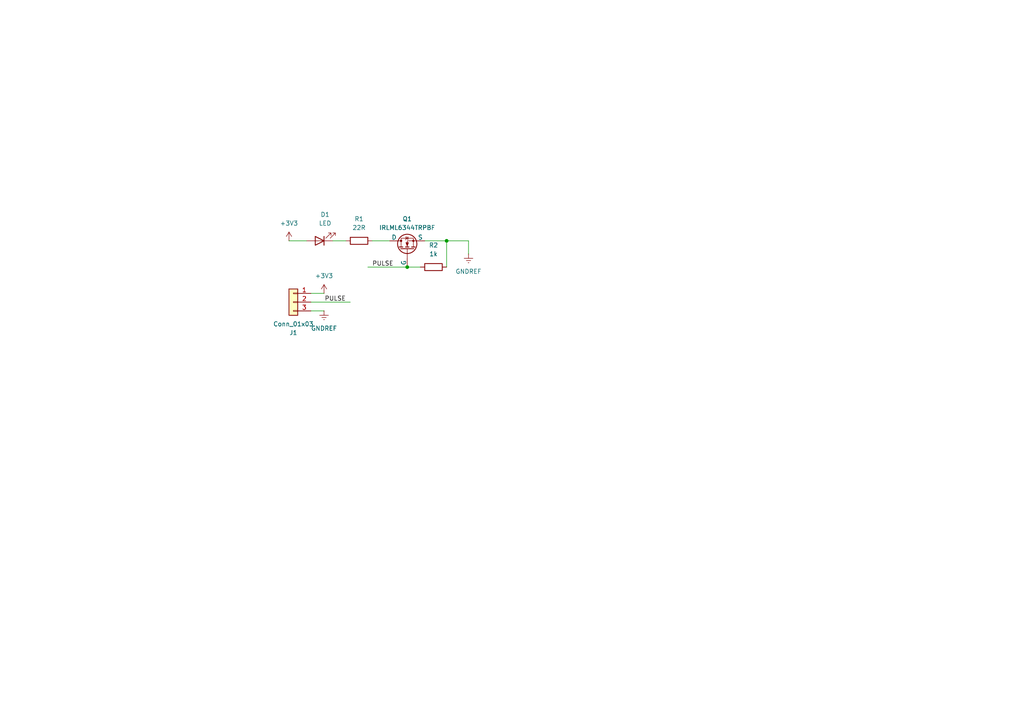
<source format=kicad_sch>
(kicad_sch (version 20231120) (generator "eeschema") (generator_version "8.0")
  (paper "A4")
  (lib_symbols
    (symbol "Connector_Generic:Conn_01x03" (pin_names (offset 1.016) hide)
      (property "Reference" "J" (at 0 5.08 0))
      (property "Value" "Conn_01x03" (at 0 -5.08 0))
      (symbol "Conn_01x03_1_1"
        (rectangle (start -1.27 -2.413) (end 0 -2.667) (stroke (width 0.1524)))
        (rectangle (start -1.27 0.127) (end 0 -0.127) (stroke (width 0.1524)))
        (rectangle (start -1.27 2.667) (end 0 2.413) (stroke (width 0.1524)))
        (rectangle (start -1.27 3.81) (end 1.27 -3.81) (stroke (width 0.254)) (fill (type background)))
        (pin passive line (at -5.08 2.54 0) (length 3.81) (name "Pin_1") (number "1"))
        (pin passive line (at -5.08 0 0) (length 3.81) (name "Pin_2") (number "2"))
        (pin passive line (at -5.08 -2.54 0) (length 3.81) (name "Pin_3") (number "3"))
      )
    )
    (symbol "Device:LED" (pin_numbers hide) (pin_names (offset 1.016) hide)
      (property "Reference" "D" (at 0 2.54 0))
      (property "Value" "LED" (at 0 -2.54 0))
      (symbol "LED_0_1"
        (polyline (pts (xy -1.27 -1.27) (xy -1.27 1.27)) (stroke (width 0.254)))
        (polyline (pts (xy -1.27 0) (xy 1.27 0)))
        (polyline (pts (xy 1.27 -1.27) (xy 1.27 1.27) (xy -1.27 0) (xy 1.27 -1.27)) (stroke (width 0.254)))
        (polyline (pts (xy -3.048 -0.762) (xy -4.572 -2.286) (xy -3.81 -2.286) (xy -4.572 -2.286) (xy -4.572 -1.524)))
        (polyline (pts (xy -1.778 -0.762) (xy -3.302 -2.286) (xy -2.54 -2.286) (xy -3.302 -2.286) (xy -3.302 -1.524)))
      )
      (symbol "LED_1_1"
        (pin passive line (at -3.81 0 0) (length 2.54) (name "K") (number "1"))
        (pin passive line (at 3.81 0 180) (length 2.54) (name "A") (number "2"))
      )
    )
    (symbol "Device:R" (pin_numbers hide) (pin_names (offset 0))
      (property "Reference" "R" (at 2.032 0 90))
      (property "Value" "R" (at 0 0 90))
      (symbol "R_0_1"
        (rectangle (start -1.016 -2.54) (end 1.016 2.54) (stroke (width 0.254)))
      )
      (symbol "R_1_1"
        (pin passive line (at 0 3.81 270) (length 1.27) (name "~") (number "1"))
        (pin passive line (at 0 -3.81 90) (length 1.27) (name "~") (number "2"))
      )
    )
    (symbol "Library:IRLML6344TRPBF" (pin_numbers hide) (pin_names (offset 0))
      (property "Reference" "Q" (at 11.43 -2.54 0))
      (property "Value" "IRLML6344TRPBF" (at 11.43 -5.08 0))
      (symbol "IRLML6344TRPBF_0_1"
        (polyline (pts (xy 5.334 -5.08) (xy 2.54 -5.08)))
        (polyline (pts (xy 5.334 -3.175) (xy 5.334 -6.985)) (stroke (width 0.254)))
        (polyline (pts (xy 5.842 -6.35) (xy 5.842 -7.366)) (stroke (width 0.254)))
        (polyline (pts (xy 5.842 -4.572) (xy 5.842 -5.588)) (stroke (width 0.254)))
        (polyline (pts (xy 5.842 -2.794) (xy 5.842 -3.81)) (stroke (width 0.254)))
        (polyline (pts (xy 7.62 -2.54) (xy 7.62 -3.302)))
        (polyline (pts (xy 7.62 -7.62) (xy 7.62 -5.08) (xy 5.842 -5.08)))
        (polyline (pts (xy 5.842 -6.858) (xy 8.382 -6.858) (xy 8.382 -3.302) (xy 5.842 -3.302)))
        (polyline (pts (xy 6.096 -5.08) (xy 7.112 -4.699) (xy 7.112 -5.461) (xy 6.096 -5.08)) (fill (type outline)))
        (polyline (pts (xy 7.874 -4.572) (xy 8.001 -4.699) (xy 8.763 -4.699) (xy 8.89 -4.826)))
        (polyline (pts (xy 8.382 -4.699) (xy 8.001 -5.334) (xy 8.763 -5.334) (xy 8.382 -4.699)))
        (circle (center 6.731 -5.08) (radius 2.794) (stroke (width 0.254)))
        (circle (center 7.62 -6.858) (radius 0.254) (fill (type outline)))
        (circle (center 7.62 -3.302) (radius 0.254) (fill (type outline)))
      )
      (symbol "IRLML6344TRPBF_1_1"
        (pin input line (at 0 -5.08 0) (length 2.54) (name "G") (number "1"))
        (pin passive line (at 7.62 -10.16 90) (length 2.54) (name "S") (number "2"))
        (pin passive line (at 7.62 0 270) (length 2.54) (name "D") (number "3"))
      )
    )
    (symbol "power:+3V3" (power) (pin_numbers hide) (pin_names (offset 0) hide)
      (property "Value" "+3V3" (at 0 3.556 0))
      (symbol "+3V3_0_1"
        (polyline (pts (xy -0.762 1.27) (xy 0 2.54)))
        (polyline (pts (xy 0 0) (xy 0 2.54)))
        (polyline (pts (xy 0 2.54) (xy 0.762 1.27)))
      )
      (symbol "+3V3_1_1"
        (pin power_in line (at 0 0 90) (length 0) (name "~") (number "1"))
      )
    )
    (symbol "power:GNDREF" (power) (pin_numbers hide) (pin_names (offset 0) hide)
      (property "Value" "GNDREF" (at 0 -3.81 0))
      (symbol "GNDREF_0_1"
        (polyline (pts (xy -0.635 -1.905) (xy 0.635 -1.905)))
        (polyline (pts (xy -0.127 -2.54) (xy 0.127 -2.54)))
        (polyline (pts (xy 0 -1.27) (xy 0 0)))
        (polyline (pts (xy 1.27 -1.27) (xy -1.27 -1.27)))
      )
      (symbol "GNDREF_1_1"
        (pin power_in line (at 0 0 270) (length 0) (name "~") (number "1"))
      )
    )
  )
  (junction (at 129.54 69.85))
  (junction (at 118.11 77.47))
  (wire (pts (xy 129.54 69.85) (xy 135.89 69.85)))
  (wire (pts (xy 118.11 77.47) (xy 121.92 77.47)))
  (wire (pts (xy 83.82 69.85) (xy 88.9 69.85)))
  (wire (pts (xy 96.52 69.85) (xy 100.33 69.85)))
  (wire (pts (xy 93.98 85.09) (xy 90.17 85.09)))
  (wire (pts (xy 101.6 87.63) (xy 90.17 87.63)))
  (wire (pts (xy 129.54 69.85) (xy 129.54 77.47)))
  (wire (pts (xy 113.03 69.85) (xy 107.95 69.85)))
  (wire (pts (xy 123.19 69.85) (xy 129.54 69.85)))
  (wire (pts (xy 106.68 77.47) (xy 118.11 77.47)))
  (wire (pts (xy 135.89 69.85) (xy 135.89 73.66)))
  (wire (pts (xy 93.98 90.17) (xy 90.17 90.17)))
  (label "PULSE" (at 107.95 77.47 0))
  (label "PULSE" (at 100.33 87.63 180))
  (symbol (lib_id "Device:R") (at 125.73 77.47 90) (unit 1)
    (property "Reference" "R2" (at 125.73 71.12 90))
    (property "Value" "1k" (at 125.73 73.66 90))
    (property "Footprint" "Library:res0603" (effects (hide yes)))
    (property "Description" "Resistor" (effects (hide yes)))
  )
  (symbol (lib_id "power:GNDREF") (at 135.89 73.66 0) (unit 1)
    (property "Reference" "#PWR02" (effects (hide yes)))
    (property "Value" "GNDREF" (at 135.89 78.74 0))
    (property "Description" "Power symbol creates a global label with name \"GNDREF\" , reference supply ground" (effects (hide yes)))
  )
  (symbol (lib_id "Device:R") (at 104.14 69.85 90) (unit 1)
    (property "Reference" "R1" (at 104.14 63.5 90))
    (property "Value" "22R" (at 104.14 66.04 90))
    (property "Footprint" "Library:res0603" (effects (hide yes)))
    (property "Description" "Resistor" (effects (hide yes)))
  )
  (symbol (lib_id "Connector_Generic:Conn_01x03") (at 85.09 87.63 0) (mirror y) (unit 1)
    (property "Reference" "J1" (at 85.09 96.52 0))
    (property "Value" "Conn_01x03" (at 85.09 93.98 0))
    (property "Footprint" "Connector_PinHeader_2.54mm:PinHeader_1x03_P2.54mm_Horizontal" (effects (hide yes)))
    (property "Description" "Generic connector, single row, 01x03, script generated (kicad-library-utils/schlib/autogen/connector/)" (effects (hide yes)))
  )
  (symbol (lib_id "power:+3V3") (at 93.98 85.09 0) (unit 1)
    (property "Reference" "#PWR03" (effects (hide yes)))
    (property "Value" "+3V3" (at 93.98 80.01 0))
    (property "Description" "Power symbol creates a global label with name \"+3V3\"" (effects (hide yes)))
  )
  (symbol (lib_id "Device:LED") (at 92.71 69.85 180) (unit 1)
    (property "Reference" "D1" (at 94.2975 62.23 0))
    (property "Value" "LED" (at 94.2975 64.77 0))
    (property "Footprint" "LED_THT:LED_D5.0mm" (effects (hide yes)))
    (property "Description" "Light emitting diode" (effects (hide yes)))
  )
  (symbol (lib_id "Library:IRLML6344TRPBF") (at 113.03 77.47 90) (unit 1)
    (property "Reference" "Q1" (at 118.11 63.5 90))
    (property "Value" "IRLML6344TRPBF" (at 118.11 66.04 90))
    (property "Footprint" "Library:SOT95P237X112-3N" (effects (hide yes)))
    (property "Datasheet" "https://www.infineon.com/dgdl/irlml6344pbf.pdf?fileId=5546d462533600a4015356689c44262c" (effects (hide yes)))
    (property "Description" "IRLML6344TRPBF N-channel MOSFET Transistor, 5 A, 30 V, 3-Pin SOT-23" (effects (hide yes)))
    (property "Height" "1.12" (effects (hide yes)))
    (property "Mouser Part Number" "942-IRLML6344TRPBF" (effects (hide yes)))
    (property "Mouser Price/Stock" "https://www.mouser.co.uk/ProductDetail/Infineon-Technologies/IRLML6344TRPBF?qs=9%252BKlkBgLFf2w4qS48UOXVw%3D%3D" (effects (hide yes)))
    (property "Manufacturer_Name" "Infineon" (effects (hide yes)))
    (property "Manufacturer_Part_Number" "IRLML6344TRPBF" (effects (hide yes)))
  )
  (symbol (lib_id "power:GNDREF") (at 93.98 90.17 0) (unit 1)
    (property "Reference" "#PWR04" (effects (hide yes)))
    (property "Value" "GNDREF" (at 93.98 95.25 0))
    (property "Description" "Power symbol creates a global label with name \"GNDREF\" , reference supply ground" (effects (hide yes)))
  )
  (symbol (lib_id "power:+3V3") (at 83.82 69.85 0) (unit 1)
    (property "Reference" "#PWR01" (effects (hide yes)))
    (property "Value" "+3V3" (at 83.82 64.77 0))
    (property "Description" "Power symbol creates a global label with name \"+3V3\"" (effects (hide yes)))
  )
)
</source>
